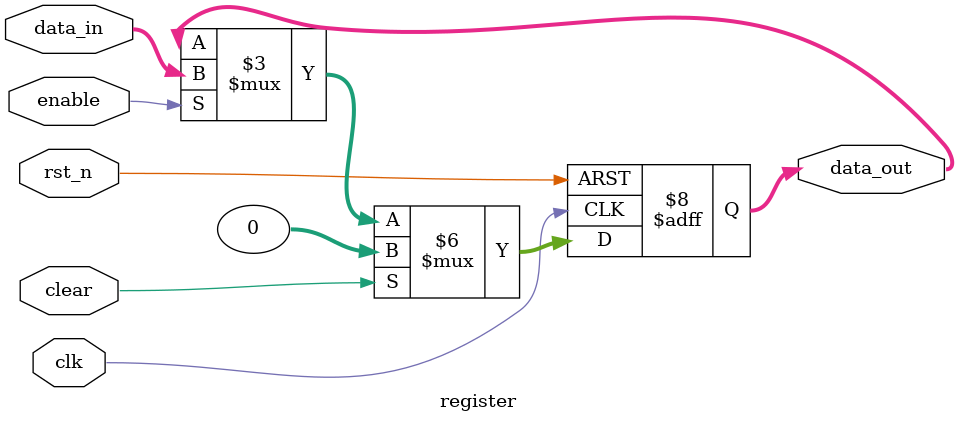
<source format=v>
module histogram_compressor #(
    parameter STREAM_LENGTH = 128,
    parameter COUNTER_WIDTH = $clog2(STREAM_LENGTH+1)
) (
    input clk,
    input rst_n,
    input stream_a,
    input stream_b,
    input valid_in,
    
    // Compression outputs
    output reg [COUNTER_WIDTH-1:0] count_00,
    output reg [COUNTER_WIDTH-1:0] count_01,
    output reg [COUNTER_WIDTH-1:0] count_10,
    output reg [COUNTER_WIDTH-1:0] count_11
);

    // Compression Logic
    always @(posedge clk or negedge rst_n) begin
        if (!rst_n) begin
            count_00 <= 0;
            count_01 <= 0;
            count_10 <= 0;
            count_11 <= 0;
        end else begin
            if (valid_in) begin
                case ({stream_a, stream_b})
                    2'b00: count_00 <= count_00 + 1;
                    2'b01: count_01 <= count_01 + 1;
                    2'b10: count_10 <= count_10 + 1;
                    2'b11: count_11 <= count_11 + 1;
                endcase
            end
        end
    end

endmodule

module register #(
    parameter WIDTH = 32                            // Register width
)(
    input  wire                    clk,
    input  wire                    rst_n,
    input  wire                    clear,          // Synchronous clear
    input  wire                    enable,         // Load enable
    input  wire [WIDTH-1:0]        data_in,        // Data to store
    output reg  [WIDTH-1:0]        data_out        // Stored data
);

    always @(posedge clk or negedge rst_n) begin
        if (!rst_n) begin
            data_out <= {WIDTH{1'b0}};
        end else if (clear) begin
            data_out <= {WIDTH{1'b0}};
        end else if (enable) begin
            data_out <= data_in;
        end
    end
endmodule
</source>
